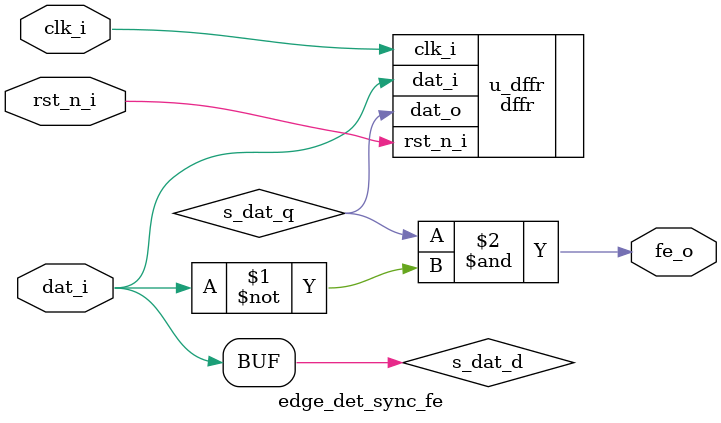
<source format=sv>


`ifndef INC_EDGE_DET_SV
`define INC_EDGE_DET_SV

`include "register.sv"
`include "cdc_sync.sv"

// need to use high freq clk to oversample the dat edge with sync
module edge_det #(
    parameter int STAGE      = 2,
    parameter int DATA_WIDTH = 1
) (
    input  logic                  clk_i,
    input  logic                  rst_n_i,
    input  logic [DATA_WIDTH-1:0] dat_i,
    output logic [DATA_WIDTH-1:0] dat_o,
    output logic [DATA_WIDTH-1:0] re_o,
    output logic [DATA_WIDTH-1:0] fe_o
);

  logic [DATA_WIDTH-1:0] s_dat_d, s_dat_q;
  assign dat_o = s_dat_q;
  cdc_sync #(STAGE, DATA_WIDTH) u_cdc_sync (
      .clk_i  (clk_i),
      .rst_n_i(rst_n_i),
      .dat_i  (dat_i),
      .dat_o  (s_dat_d)
  );

  dffr #(DATA_WIDTH) u_dffr (
      .clk_i  (clk_i),
      .rst_n_i(rst_n_i),
      .dat_i  (s_dat_d),
      .dat_o  (s_dat_q)
  );

  assign re_o = (~s_dat_q) & s_dat_d;
  assign fe_o = s_dat_q & (~s_dat_d);
endmodule

module edge_det_re #(
    parameter int STAGE      = 2,
    parameter int DATA_WIDTH = 1
) (
    input  logic                  clk_i,
    input  logic                  rst_n_i,
    input  logic [DATA_WIDTH-1:0] dat_i,
    output logic [DATA_WIDTH-1:0] re_o
);

  logic [DATA_WIDTH-1:0] s_dat_d, s_dat_q;
  cdc_sync #(STAGE, DATA_WIDTH) u_cdc_sync (
      .clk_i  (clk_i),
      .rst_n_i(rst_n_i),
      .dat_i  (dat_i),
      .dat_o  (s_dat_d)
  );

  dffr #(DATA_WIDTH) u_dffr (
      .clk_i  (clk_i),
      .rst_n_i(rst_n_i),
      .dat_i  (s_dat_d),
      .dat_o  (s_dat_q)
  );

  assign re_o = (~s_dat_q) & s_dat_d;
endmodule

module edge_det_sync #(
    parameter int DATA_WIDTH = 1
) (
    input  logic                  clk_i,
    input  logic                  rst_n_i,
    input  logic [DATA_WIDTH-1:0] dat_i,
    output logic [DATA_WIDTH-1:0] re_o,
    output logic [DATA_WIDTH-1:0] fe_o
);

  logic [DATA_WIDTH-1:0] s_dat_d, s_dat_q;
  assign s_dat_d = dat_i;
  dffr #(DATA_WIDTH) u_dffr (
      .clk_i  (clk_i),
      .rst_n_i(rst_n_i),
      .dat_i  (s_dat_d),
      .dat_o  (s_dat_q)
  );

  assign re_o  = (~s_dat_q) & s_dat_d;
  assign fe_o  = s_dat_q & (~s_dat_d);
endmodule

module edge_det_sync_re #(
    parameter int DATA_WIDTH = 1
) (
    input  logic                  clk_i,
    input  logic                  rst_n_i,
    input  logic [DATA_WIDTH-1:0] dat_i,
    output logic [DATA_WIDTH-1:0] re_o
);

  logic [DATA_WIDTH-1:0] s_dat_d, s_dat_q;
  assign s_dat_d = dat_i;
  dffr #(DATA_WIDTH) u_dffr (
      .clk_i  (clk_i),
      .rst_n_i(rst_n_i),
      .dat_i  (s_dat_d),
      .dat_o  (s_dat_q)
  );

  assign re_o = (~s_dat_q) & s_dat_d;
endmodule

module edge_det_fe #(
    parameter int STAGE      = 2,
    parameter int DATA_WIDTH = 1
) (
    input  logic                  clk_i,
    input  logic                  rst_n_i,
    input  logic [DATA_WIDTH-1:0] dat_i,
    output logic [DATA_WIDTH-1:0] fe_o
);

  logic [DATA_WIDTH-1:0] s_dat_d, s_dat_q;
  cdc_sync #(STAGE, DATA_WIDTH) u_cdc_sync (
      .clk_i  (clk_i),
      .rst_n_i(rst_n_i),
      .dat_i  (dat_i),
      .dat_o  (s_dat_d)
  );

  dffr #(DATA_WIDTH) u_dffr (
      .clk_i  (clk_i),
      .rst_n_i(rst_n_i),
      .dat_i  (s_dat_d),
      .dat_o  (s_dat_q)
  );

  assign fe_o = s_dat_q & (~s_dat_d);
endmodule

module edge_det_sync_fe #(
    parameter int DATA_WIDTH = 1
) (
    input  logic                  clk_i,
    input  logic                  rst_n_i,
    input  logic [DATA_WIDTH-1:0] dat_i,
    output logic [DATA_WIDTH-1:0] fe_o
);

  logic [DATA_WIDTH-1:0] s_dat_d, s_dat_q;
  assign s_dat_d = dat_i;
  dffr #(DATA_WIDTH) u_dffr (
      .clk_i  (clk_i),
      .rst_n_i(rst_n_i),
      .dat_i  (s_dat_d),
      .dat_o  (s_dat_q)
  );

  assign fe_o = s_dat_q & (~s_dat_d);
endmodule
`endif
</source>
